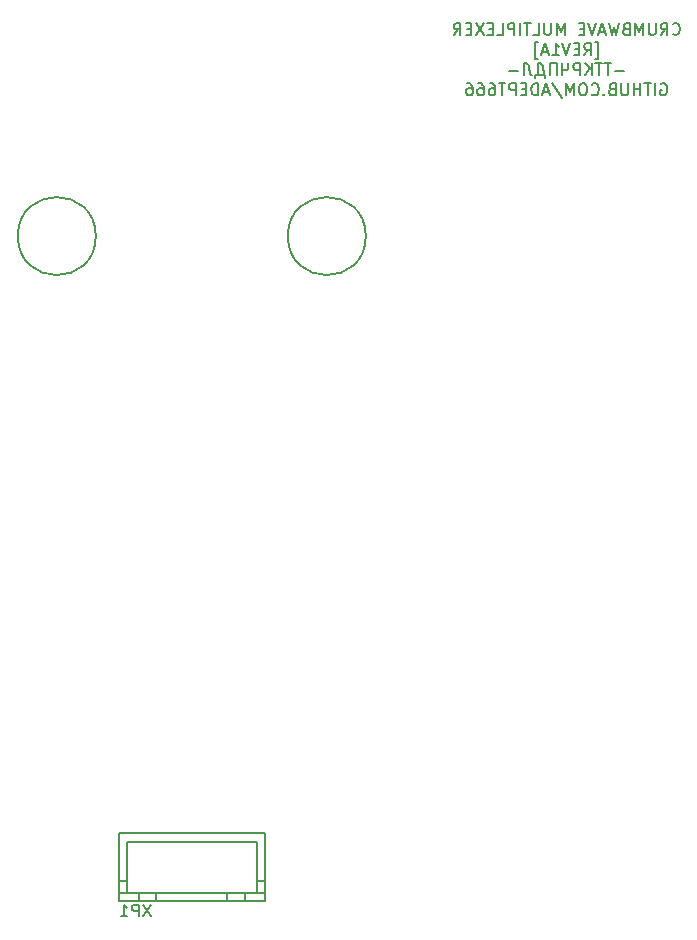
<source format=gbr>
G04 #@! TF.GenerationSoftware,KiCad,Pcbnew,5.1.6-c6e7f7d~87~ubuntu19.10.1*
G04 #@! TF.CreationDate,2022-07-30T16:29:43+06:00*
G04 #@! TF.ProjectId,crumbwave_multiplexer_r1a,6372756d-6277-4617-9665-5f6d756c7469,1A*
G04 #@! TF.SameCoordinates,Original*
G04 #@! TF.FileFunction,Legend,Bot*
G04 #@! TF.FilePolarity,Positive*
%FSLAX46Y46*%
G04 Gerber Fmt 4.6, Leading zero omitted, Abs format (unit mm)*
G04 Created by KiCad (PCBNEW 5.1.6-c6e7f7d~87~ubuntu19.10.1) date 2022-07-30 16:29:43*
%MOMM*%
%LPD*%
G01*
G04 APERTURE LIST*
%ADD10C,0.200000*%
%ADD11C,2.100000*%
%ADD12R,2.100000X2.100000*%
%ADD13C,6.200000*%
%ADD14R,2.700000X2.700000*%
%ADD15R,2.300000X2.300000*%
%ADD16C,2.300000*%
G04 APERTURE END LIST*
D10*
X146112380Y-127664642D02*
X146160000Y-127712261D01*
X146302857Y-127759880D01*
X146398095Y-127759880D01*
X146540952Y-127712261D01*
X146636190Y-127617023D01*
X146683809Y-127521785D01*
X146731428Y-127331309D01*
X146731428Y-127188452D01*
X146683809Y-126997976D01*
X146636190Y-126902738D01*
X146540952Y-126807500D01*
X146398095Y-126759880D01*
X146302857Y-126759880D01*
X146160000Y-126807500D01*
X146112380Y-126855119D01*
X145112380Y-127759880D02*
X145445714Y-127283690D01*
X145683809Y-127759880D02*
X145683809Y-126759880D01*
X145302857Y-126759880D01*
X145207619Y-126807500D01*
X145160000Y-126855119D01*
X145112380Y-126950357D01*
X145112380Y-127093214D01*
X145160000Y-127188452D01*
X145207619Y-127236071D01*
X145302857Y-127283690D01*
X145683809Y-127283690D01*
X144683809Y-126759880D02*
X144683809Y-127569404D01*
X144636190Y-127664642D01*
X144588571Y-127712261D01*
X144493333Y-127759880D01*
X144302857Y-127759880D01*
X144207619Y-127712261D01*
X144160000Y-127664642D01*
X144112380Y-127569404D01*
X144112380Y-126759880D01*
X143636190Y-127759880D02*
X143636190Y-126759880D01*
X143302857Y-127474166D01*
X142969523Y-126759880D01*
X142969523Y-127759880D01*
X142160000Y-127236071D02*
X142017142Y-127283690D01*
X141969523Y-127331309D01*
X141921904Y-127426547D01*
X141921904Y-127569404D01*
X141969523Y-127664642D01*
X142017142Y-127712261D01*
X142112380Y-127759880D01*
X142493333Y-127759880D01*
X142493333Y-126759880D01*
X142160000Y-126759880D01*
X142064761Y-126807500D01*
X142017142Y-126855119D01*
X141969523Y-126950357D01*
X141969523Y-127045595D01*
X142017142Y-127140833D01*
X142064761Y-127188452D01*
X142160000Y-127236071D01*
X142493333Y-127236071D01*
X141588571Y-126759880D02*
X141350476Y-127759880D01*
X141160000Y-127045595D01*
X140969523Y-127759880D01*
X140731428Y-126759880D01*
X140398095Y-127474166D02*
X139921904Y-127474166D01*
X140493333Y-127759880D02*
X140160000Y-126759880D01*
X139826666Y-127759880D01*
X139636190Y-126759880D02*
X139302857Y-127759880D01*
X138969523Y-126759880D01*
X138636190Y-127236071D02*
X138302857Y-127236071D01*
X138160000Y-127759880D02*
X138636190Y-127759880D01*
X138636190Y-126759880D01*
X138160000Y-126759880D01*
X136969523Y-127759880D02*
X136969523Y-126759880D01*
X136636190Y-127474166D01*
X136302857Y-126759880D01*
X136302857Y-127759880D01*
X135826666Y-126759880D02*
X135826666Y-127569404D01*
X135779047Y-127664642D01*
X135731428Y-127712261D01*
X135636190Y-127759880D01*
X135445714Y-127759880D01*
X135350476Y-127712261D01*
X135302857Y-127664642D01*
X135255238Y-127569404D01*
X135255238Y-126759880D01*
X134302857Y-127759880D02*
X134779047Y-127759880D01*
X134779047Y-126759880D01*
X134112380Y-126759880D02*
X133540952Y-126759880D01*
X133826666Y-127759880D02*
X133826666Y-126759880D01*
X133207619Y-127759880D02*
X133207619Y-126759880D01*
X132731428Y-127759880D02*
X132731428Y-126759880D01*
X132350476Y-126759880D01*
X132255238Y-126807500D01*
X132207619Y-126855119D01*
X132160000Y-126950357D01*
X132160000Y-127093214D01*
X132207619Y-127188452D01*
X132255238Y-127236071D01*
X132350476Y-127283690D01*
X132731428Y-127283690D01*
X131255238Y-127759880D02*
X131731428Y-127759880D01*
X131731428Y-126759880D01*
X130921904Y-127236071D02*
X130588571Y-127236071D01*
X130445714Y-127759880D02*
X130921904Y-127759880D01*
X130921904Y-126759880D01*
X130445714Y-126759880D01*
X130112380Y-126759880D02*
X129445714Y-127759880D01*
X129445714Y-126759880D02*
X130112380Y-127759880D01*
X129064761Y-127236071D02*
X128731428Y-127236071D01*
X128588571Y-127759880D02*
X129064761Y-127759880D01*
X129064761Y-126759880D01*
X128588571Y-126759880D01*
X127588571Y-127759880D02*
X127921904Y-127283690D01*
X128160000Y-127759880D02*
X128160000Y-126759880D01*
X127779047Y-126759880D01*
X127683809Y-126807500D01*
X127636190Y-126855119D01*
X127588571Y-126950357D01*
X127588571Y-127093214D01*
X127636190Y-127188452D01*
X127683809Y-127236071D01*
X127779047Y-127283690D01*
X128160000Y-127283690D01*
X139588571Y-129793214D02*
X139826666Y-129793214D01*
X139826666Y-128364642D01*
X139588571Y-128364642D01*
X138636190Y-129459880D02*
X138969523Y-128983690D01*
X139207619Y-129459880D02*
X139207619Y-128459880D01*
X138826666Y-128459880D01*
X138731428Y-128507500D01*
X138683809Y-128555119D01*
X138636190Y-128650357D01*
X138636190Y-128793214D01*
X138683809Y-128888452D01*
X138731428Y-128936071D01*
X138826666Y-128983690D01*
X139207619Y-128983690D01*
X138207619Y-128936071D02*
X137874285Y-128936071D01*
X137731428Y-129459880D02*
X138207619Y-129459880D01*
X138207619Y-128459880D01*
X137731428Y-128459880D01*
X137445714Y-128459880D02*
X137112380Y-129459880D01*
X136779047Y-128459880D01*
X135921904Y-129459880D02*
X136493333Y-129459880D01*
X136207619Y-129459880D02*
X136207619Y-128459880D01*
X136302857Y-128602738D01*
X136398095Y-128697976D01*
X136493333Y-128745595D01*
X135540952Y-129174166D02*
X135064761Y-129174166D01*
X135636190Y-129459880D02*
X135302857Y-128459880D01*
X134969523Y-129459880D01*
X134731428Y-129793214D02*
X134493333Y-129793214D01*
X134493333Y-128364642D01*
X134731428Y-128364642D01*
X142017142Y-130778928D02*
X141255238Y-130778928D01*
X140921904Y-130159880D02*
X140350476Y-130159880D01*
X140636190Y-131159880D02*
X140636190Y-130159880D01*
X140160000Y-130159880D02*
X139588571Y-130159880D01*
X139874285Y-131159880D02*
X139874285Y-130159880D01*
X139255238Y-131159880D02*
X139255238Y-130159880D01*
X138683809Y-131159880D02*
X139112380Y-130588452D01*
X138683809Y-130159880D02*
X139255238Y-130731309D01*
X138255238Y-131159880D02*
X138255238Y-130159880D01*
X137874285Y-130159880D01*
X137779047Y-130207500D01*
X137731428Y-130255119D01*
X137683809Y-130350357D01*
X137683809Y-130493214D01*
X137731428Y-130588452D01*
X137779047Y-130636071D01*
X137874285Y-130683690D01*
X138255238Y-130683690D01*
X136779047Y-130159880D02*
X136779047Y-131159880D01*
X137302857Y-130159880D02*
X137302857Y-130540833D01*
X137255238Y-130636071D01*
X137207619Y-130683690D01*
X137112380Y-130731309D01*
X136779047Y-130731309D01*
X136302857Y-131159880D02*
X136302857Y-130159880D01*
X135731428Y-130159880D01*
X135731428Y-131159880D01*
X134493333Y-131397976D02*
X134493333Y-131159880D01*
X135350476Y-131159880D01*
X135350476Y-131397976D01*
X134683809Y-131159880D02*
X134683809Y-130159880D01*
X134921904Y-130159880D01*
X135017142Y-130207500D01*
X135064761Y-130255119D01*
X135112380Y-130350357D01*
X135207619Y-131159880D01*
X133540952Y-131159880D02*
X133540952Y-130159880D01*
X133683809Y-130159880D01*
X133826666Y-130207500D01*
X133921904Y-130302738D01*
X133969523Y-130445595D01*
X134064761Y-131017023D01*
X134112380Y-131112261D01*
X134207619Y-131159880D01*
X134255238Y-131159880D01*
X133064761Y-130778928D02*
X132302857Y-130778928D01*
X145112380Y-131907500D02*
X145207619Y-131859880D01*
X145350476Y-131859880D01*
X145493333Y-131907500D01*
X145588571Y-132002738D01*
X145636190Y-132097976D01*
X145683809Y-132288452D01*
X145683809Y-132431309D01*
X145636190Y-132621785D01*
X145588571Y-132717023D01*
X145493333Y-132812261D01*
X145350476Y-132859880D01*
X145255238Y-132859880D01*
X145112380Y-132812261D01*
X145064761Y-132764642D01*
X145064761Y-132431309D01*
X145255238Y-132431309D01*
X144636190Y-132859880D02*
X144636190Y-131859880D01*
X144302857Y-131859880D02*
X143731428Y-131859880D01*
X144017142Y-132859880D02*
X144017142Y-131859880D01*
X143398095Y-132859880D02*
X143398095Y-131859880D01*
X143398095Y-132336071D02*
X142826666Y-132336071D01*
X142826666Y-132859880D02*
X142826666Y-131859880D01*
X142350476Y-131859880D02*
X142350476Y-132669404D01*
X142302857Y-132764642D01*
X142255238Y-132812261D01*
X142160000Y-132859880D01*
X141969523Y-132859880D01*
X141874285Y-132812261D01*
X141826666Y-132764642D01*
X141779047Y-132669404D01*
X141779047Y-131859880D01*
X140969523Y-132336071D02*
X140826666Y-132383690D01*
X140779047Y-132431309D01*
X140731428Y-132526547D01*
X140731428Y-132669404D01*
X140779047Y-132764642D01*
X140826666Y-132812261D01*
X140921904Y-132859880D01*
X141302857Y-132859880D01*
X141302857Y-131859880D01*
X140969523Y-131859880D01*
X140874285Y-131907500D01*
X140826666Y-131955119D01*
X140779047Y-132050357D01*
X140779047Y-132145595D01*
X140826666Y-132240833D01*
X140874285Y-132288452D01*
X140969523Y-132336071D01*
X141302857Y-132336071D01*
X140302857Y-132764642D02*
X140255238Y-132812261D01*
X140302857Y-132859880D01*
X140350476Y-132812261D01*
X140302857Y-132764642D01*
X140302857Y-132859880D01*
X139255238Y-132764642D02*
X139302857Y-132812261D01*
X139445714Y-132859880D01*
X139540952Y-132859880D01*
X139683809Y-132812261D01*
X139779047Y-132717023D01*
X139826666Y-132621785D01*
X139874285Y-132431309D01*
X139874285Y-132288452D01*
X139826666Y-132097976D01*
X139779047Y-132002738D01*
X139683809Y-131907500D01*
X139540952Y-131859880D01*
X139445714Y-131859880D01*
X139302857Y-131907500D01*
X139255238Y-131955119D01*
X138636190Y-131859880D02*
X138445714Y-131859880D01*
X138350476Y-131907500D01*
X138255238Y-132002738D01*
X138207619Y-132193214D01*
X138207619Y-132526547D01*
X138255238Y-132717023D01*
X138350476Y-132812261D01*
X138445714Y-132859880D01*
X138636190Y-132859880D01*
X138731428Y-132812261D01*
X138826666Y-132717023D01*
X138874285Y-132526547D01*
X138874285Y-132193214D01*
X138826666Y-132002738D01*
X138731428Y-131907500D01*
X138636190Y-131859880D01*
X137779047Y-132859880D02*
X137779047Y-131859880D01*
X137445714Y-132574166D01*
X137112380Y-131859880D01*
X137112380Y-132859880D01*
X135921904Y-131812261D02*
X136779047Y-133097976D01*
X135636190Y-132574166D02*
X135160000Y-132574166D01*
X135731428Y-132859880D02*
X135398095Y-131859880D01*
X135064761Y-132859880D01*
X134731428Y-132859880D02*
X134731428Y-131859880D01*
X134493333Y-131859880D01*
X134350476Y-131907500D01*
X134255238Y-132002738D01*
X134207619Y-132097976D01*
X134160000Y-132288452D01*
X134160000Y-132431309D01*
X134207619Y-132621785D01*
X134255238Y-132717023D01*
X134350476Y-132812261D01*
X134493333Y-132859880D01*
X134731428Y-132859880D01*
X133731428Y-132336071D02*
X133398095Y-132336071D01*
X133255238Y-132859880D02*
X133731428Y-132859880D01*
X133731428Y-131859880D01*
X133255238Y-131859880D01*
X132826666Y-132859880D02*
X132826666Y-131859880D01*
X132445714Y-131859880D01*
X132350476Y-131907500D01*
X132302857Y-131955119D01*
X132255238Y-132050357D01*
X132255238Y-132193214D01*
X132302857Y-132288452D01*
X132350476Y-132336071D01*
X132445714Y-132383690D01*
X132826666Y-132383690D01*
X131969523Y-131859880D02*
X131398095Y-131859880D01*
X131683809Y-132859880D02*
X131683809Y-131859880D01*
X130636190Y-131859880D02*
X130826666Y-131859880D01*
X130921904Y-131907500D01*
X130969523Y-131955119D01*
X131064761Y-132097976D01*
X131112380Y-132288452D01*
X131112380Y-132669404D01*
X131064761Y-132764642D01*
X131017142Y-132812261D01*
X130921904Y-132859880D01*
X130731428Y-132859880D01*
X130636190Y-132812261D01*
X130588571Y-132764642D01*
X130540952Y-132669404D01*
X130540952Y-132431309D01*
X130588571Y-132336071D01*
X130636190Y-132288452D01*
X130731428Y-132240833D01*
X130921904Y-132240833D01*
X131017142Y-132288452D01*
X131064761Y-132336071D01*
X131112380Y-132431309D01*
X129683809Y-131859880D02*
X129874285Y-131859880D01*
X129969523Y-131907500D01*
X130017142Y-131955119D01*
X130112380Y-132097976D01*
X130160000Y-132288452D01*
X130160000Y-132669404D01*
X130112380Y-132764642D01*
X130064761Y-132812261D01*
X129969523Y-132859880D01*
X129779047Y-132859880D01*
X129683809Y-132812261D01*
X129636190Y-132764642D01*
X129588571Y-132669404D01*
X129588571Y-132431309D01*
X129636190Y-132336071D01*
X129683809Y-132288452D01*
X129779047Y-132240833D01*
X129969523Y-132240833D01*
X130064761Y-132288452D01*
X130112380Y-132336071D01*
X130160000Y-132431309D01*
X128731428Y-131859880D02*
X128921904Y-131859880D01*
X129017142Y-131907500D01*
X129064761Y-131955119D01*
X129160000Y-132097976D01*
X129207619Y-132288452D01*
X129207619Y-132669404D01*
X129160000Y-132764642D01*
X129112380Y-132812261D01*
X129017142Y-132859880D01*
X128826666Y-132859880D01*
X128731428Y-132812261D01*
X128683809Y-132764642D01*
X128636190Y-132669404D01*
X128636190Y-132431309D01*
X128683809Y-132336071D01*
X128731428Y-132288452D01*
X128826666Y-132240833D01*
X129017142Y-132240833D01*
X129112380Y-132288452D01*
X129160000Y-132336071D01*
X129207619Y-132431309D01*
X97282000Y-144780000D02*
G75*
G03*
X97282000Y-144780000I-3302000J0D01*
G01*
X120142000Y-144780000D02*
G75*
G03*
X120142000Y-144780000I-3302000J0D01*
G01*
X100910000Y-201105000D02*
X100910000Y-200405000D01*
X109910000Y-201105000D02*
X109910000Y-200405000D01*
X99210000Y-200405000D02*
X111610000Y-200405000D01*
X111610000Y-201105000D02*
X111610000Y-195355000D01*
X99910000Y-200405000D02*
X99910000Y-196055000D01*
X99210000Y-201105000D02*
X99210000Y-195355000D01*
X110910000Y-199405000D02*
X111610000Y-199405000D01*
X110910000Y-200405000D02*
X110910000Y-196055000D01*
X99910000Y-196055000D02*
X110910000Y-196055000D01*
X102410000Y-201105000D02*
X102410000Y-200405000D01*
X99210000Y-199405000D02*
X99910000Y-199405000D01*
X108410000Y-201105000D02*
X108410000Y-200405000D01*
X99210000Y-195355000D02*
X111610000Y-195355000D01*
X99210000Y-201105000D02*
X111610000Y-201105000D01*
X101951904Y-201382380D02*
X101285238Y-202382380D01*
X101285238Y-201382380D02*
X101951904Y-202382380D01*
X100904285Y-202382380D02*
X100904285Y-201382380D01*
X100523333Y-201382380D01*
X100428095Y-201430000D01*
X100380476Y-201477619D01*
X100332857Y-201572857D01*
X100332857Y-201715714D01*
X100380476Y-201810952D01*
X100428095Y-201858571D01*
X100523333Y-201906190D01*
X100904285Y-201906190D01*
X99380476Y-202382380D02*
X99951904Y-202382380D01*
X99666190Y-202382380D02*
X99666190Y-201382380D01*
X99761428Y-201525238D01*
X99856666Y-201620476D01*
X99951904Y-201668095D01*
%LPC*%
D11*
X124460000Y-139700000D03*
D12*
X124460000Y-147320000D03*
D11*
X134620000Y-185420000D03*
D12*
X142240000Y-185420000D03*
D11*
X121920000Y-165100000D03*
D12*
X129540000Y-165100000D03*
X114300000Y-129540000D03*
X116840000Y-129540000D03*
X119380000Y-129540000D03*
X121920000Y-129540000D03*
X124460000Y-129540000D03*
X96520000Y-129540000D03*
X88900000Y-129540000D03*
X91440000Y-129540000D03*
X86360000Y-129540000D03*
X93980000Y-129540000D03*
D13*
X93980000Y-144780000D03*
X116840000Y-144780000D03*
D14*
X105410000Y-147180000D03*
X110110000Y-147180000D03*
X100710000Y-147180000D03*
X110110000Y-142380000D03*
X105410000Y-142380000D03*
X100710000Y-142380000D03*
X110410000Y-189230000D03*
X110410000Y-193230000D03*
X110410000Y-185230000D03*
X105410000Y-189230000D03*
X105410000Y-193230000D03*
X105410000Y-185230000D03*
X100410000Y-185230000D03*
X100410000Y-189230000D03*
X100410000Y-193230000D03*
D12*
X100330000Y-137160000D03*
X110490000Y-137160000D03*
X104140000Y-154940000D03*
X114300000Y-154940000D03*
X105410000Y-134620000D03*
X110490000Y-180340000D03*
X100330000Y-180340000D03*
X119380000Y-200660000D03*
X119380000Y-190500000D03*
X121920000Y-200660000D03*
X121920000Y-190500000D03*
X93980000Y-200660000D03*
X93980000Y-190500000D03*
X96520000Y-180340000D03*
X96520000Y-175260000D03*
D15*
X130810000Y-198120000D03*
X130810000Y-195580000D03*
X130810000Y-193040000D03*
D12*
X144780000Y-182880000D03*
X134620000Y-182880000D03*
X134620000Y-177800000D03*
X144780000Y-177800000D03*
X130810000Y-182880000D03*
X130810000Y-187960000D03*
X124460000Y-200660000D03*
X124460000Y-190500000D03*
X86360000Y-187960000D03*
X86360000Y-177800000D03*
X91440000Y-172720000D03*
X91440000Y-162560000D03*
X99060000Y-167640000D03*
X93980000Y-167640000D03*
X104140000Y-167640000D03*
X109220000Y-167640000D03*
X114300000Y-162560000D03*
X104140000Y-162560000D03*
X99060000Y-154940000D03*
X88900000Y-154940000D03*
X86360000Y-172720000D03*
X86360000Y-162560000D03*
D11*
X81280000Y-177800000D03*
D12*
X81280000Y-175260000D03*
X81280000Y-172720000D03*
X81280000Y-170180000D03*
X73660000Y-170180000D03*
X73660000Y-172720000D03*
X73660000Y-175260000D03*
X73660000Y-177800000D03*
X81280000Y-167640000D03*
X81280000Y-162560000D03*
X81280000Y-165100000D03*
X73660000Y-165100000D03*
X73660000Y-167640000D03*
X73660000Y-162560000D03*
X137160000Y-134620000D03*
X127000000Y-134620000D03*
X91440000Y-187960000D03*
X91440000Y-177800000D03*
X88900000Y-177800000D03*
X88900000Y-187960000D03*
X110490000Y-129540000D03*
X100330000Y-129540000D03*
X71120000Y-152400000D03*
X81280000Y-152400000D03*
X81280000Y-157480000D03*
X71120000Y-157480000D03*
X137160000Y-142240000D03*
X142240000Y-142240000D03*
X81280000Y-182880000D03*
X76200000Y-182880000D03*
X116840000Y-134620000D03*
X121920000Y-134620000D03*
X78740000Y-134620000D03*
X78740000Y-139700000D03*
X82550000Y-139700000D03*
X82550000Y-134620000D03*
X71120000Y-134620000D03*
X71120000Y-139700000D03*
X78740000Y-200660000D03*
X78740000Y-190500000D03*
X76200000Y-200660000D03*
X76200000Y-190500000D03*
X116840000Y-187960000D03*
X116840000Y-182880000D03*
X71120000Y-149860000D03*
X81280000Y-149860000D03*
X66040000Y-157480000D03*
X66040000Y-147320000D03*
X81280000Y-147320000D03*
X71120000Y-147320000D03*
X81280000Y-144780000D03*
X71120000Y-144780000D03*
X66040000Y-182880000D03*
X66040000Y-172720000D03*
X127000000Y-187960000D03*
X127000000Y-182880000D03*
X74930000Y-139700000D03*
X74930000Y-134620000D03*
X66040000Y-167640000D03*
X66040000Y-162560000D03*
X66040000Y-187960000D03*
X71120000Y-187960000D03*
X144780000Y-180340000D03*
X134620000Y-180340000D03*
X88900000Y-157480000D03*
X99060000Y-157480000D03*
X99060000Y-160020000D03*
X88900000Y-160020000D03*
X134620000Y-139700000D03*
X134620000Y-149860000D03*
X144780000Y-149860000D03*
X144780000Y-139700000D03*
X129540000Y-152400000D03*
X129540000Y-154940000D03*
X129540000Y-157480000D03*
X129540000Y-160020000D03*
X121920000Y-160020000D03*
X121920000Y-157480000D03*
X121920000Y-154940000D03*
D11*
X121920000Y-152400000D03*
D12*
X129540000Y-170180000D03*
X129540000Y-172720000D03*
X129540000Y-175260000D03*
X129540000Y-177800000D03*
X121920000Y-177800000D03*
X121920000Y-175260000D03*
X121920000Y-172720000D03*
D11*
X121920000Y-170180000D03*
D12*
X142240000Y-146050000D03*
X137160000Y-146050000D03*
X137160000Y-152400000D03*
X142240000Y-152400000D03*
X86360000Y-198120000D03*
D11*
X86360000Y-193040000D03*
X129540000Y-142240000D03*
G36*
G01*
X129960000Y-140750000D02*
X129120000Y-140750000D01*
G75*
G02*
X128490000Y-140120000I0J630000D01*
G01*
X128490000Y-139280000D01*
G75*
G02*
X129120000Y-138650000I630000J0D01*
G01*
X129960000Y-138650000D01*
G75*
G02*
X130590000Y-139280000I0J-630000D01*
G01*
X130590000Y-140120000D01*
G75*
G02*
X129960000Y-140750000I-630000J0D01*
G01*
G37*
X137160000Y-157480000D03*
D12*
X137160000Y-160020000D03*
X137160000Y-162560000D03*
X137160000Y-165100000D03*
X144780000Y-165100000D03*
X144780000Y-162560000D03*
X144780000Y-160020000D03*
X144780000Y-157480000D03*
X137160000Y-167640000D03*
X137160000Y-172720000D03*
X137160000Y-170180000D03*
X144780000Y-170180000D03*
X144780000Y-167640000D03*
X144780000Y-172720000D03*
X109160000Y-198755000D03*
X106660000Y-198755000D03*
X104160000Y-198755000D03*
D11*
X101660000Y-198755000D03*
D12*
X105410000Y-202565000D03*
G36*
G01*
X105530000Y-174450000D02*
X105530000Y-173530000D01*
G75*
G02*
X106220000Y-172840000I690000J0D01*
G01*
X107140000Y-172840000D01*
G75*
G02*
X107830000Y-173530000I0J-690000D01*
G01*
X107830000Y-174450000D01*
G75*
G02*
X107140000Y-175140000I-690000J0D01*
G01*
X106220000Y-175140000D01*
G75*
G02*
X105530000Y-174450000I0J690000D01*
G01*
G37*
D16*
X104140000Y-173990000D03*
M02*

</source>
